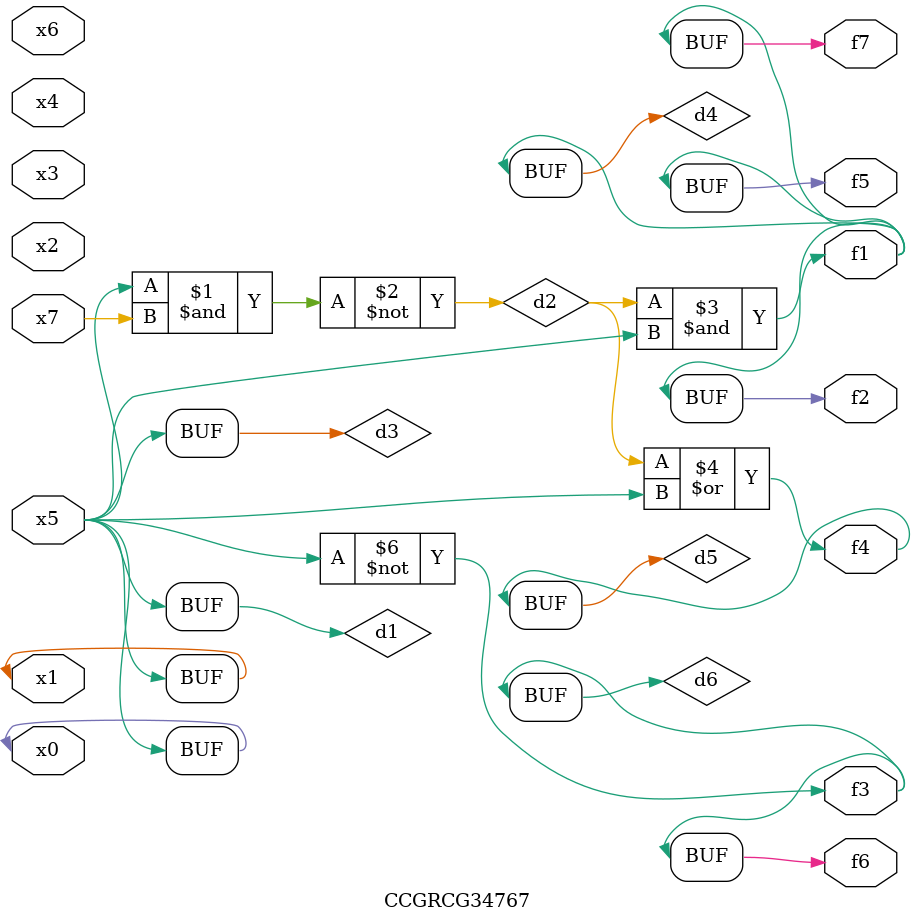
<source format=v>
module CCGRCG34767(
	input x0, x1, x2, x3, x4, x5, x6, x7,
	output f1, f2, f3, f4, f5, f6, f7
);

	wire d1, d2, d3, d4, d5, d6;

	buf (d1, x0, x5);
	nand (d2, x5, x7);
	buf (d3, x0, x1);
	and (d4, d2, d3);
	or (d5, d2, d3);
	nor (d6, d1, d3);
	assign f1 = d4;
	assign f2 = d4;
	assign f3 = d6;
	assign f4 = d5;
	assign f5 = d4;
	assign f6 = d6;
	assign f7 = d4;
endmodule

</source>
